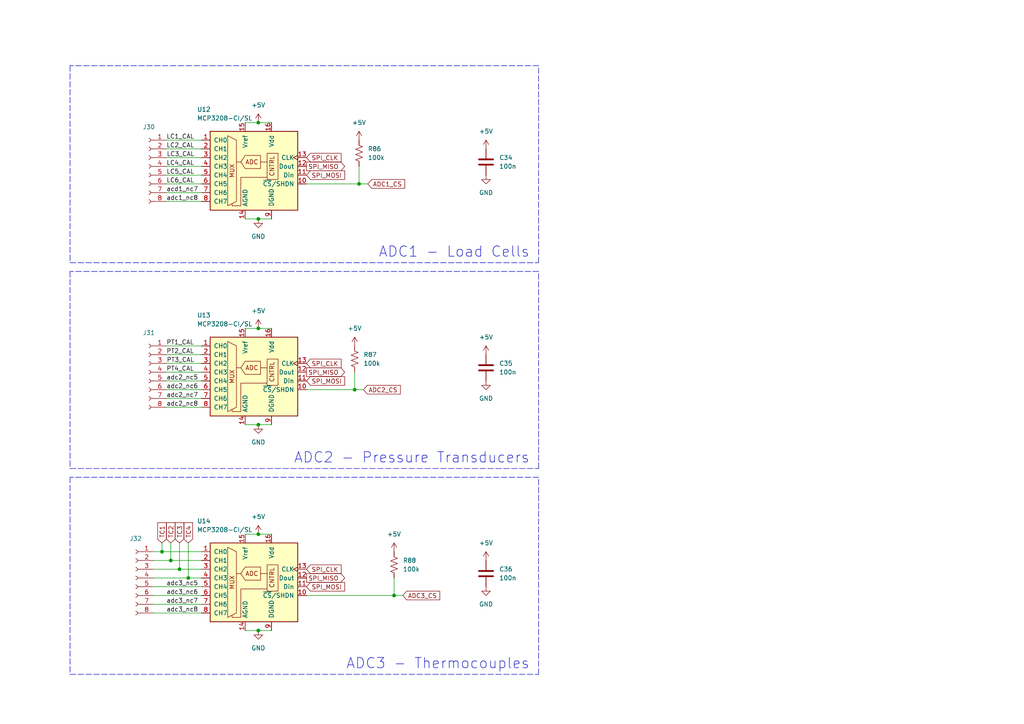
<source format=kicad_sch>
(kicad_sch (version 20211123) (generator eeschema)
  (paper "A4")
  (title_block (title "ADCs") (rev "1") (company "Rice Eclipse"))
  (lib_symbols
    (symbol "Analog_ADC:MCP3208" (pin_names (offset 1.016))
      (property "Reference" "U" (at -5.08 13.335 0))
      (property "Value" "MCP3208" (at -5.08 11.43 0))
      (symbol "MCP3208_0_0"
        (text "ADC" (at -0.635 1.27 0) (effects (font (size 1.27 1.27))))
        (text "CNTRL" (at 5.969 -2.921 900) (effects (font (size 1.27 1.27)) (justify left bottom)))
        (text "MUX" (at -6.35 -1.27 900) (effects (font (size 1.27 1.27))))
      )
      (symbol "MCP3208_0_1"
        (polyline (pts (xy -3.81 1.27) (xy -5.08 1.27)))
        (polyline (pts (xy 1.905 1.27) (xy 3.81 1.27)))
        (polyline (pts (xy -7.62 8.89) (xy -7.62 -11.43) (xy -5.08 -10.16) (xy -5.08 7.62) (xy -7.62 8.89)))
        (polyline (pts (xy 3.81 -3.175) (xy -3.81 -3.175) (xy -3.81 -11.43) (xy -6.35 -11.43) (xy -6.35 -10.795)))
        (polyline (pts (xy 1.905 3.175) (xy 1.905 -0.635) (xy -2.54 -0.635) (xy -3.81 1.27) (xy -2.54 3.175) (xy 1.905 3.175)))
        (rectangle (start 3.81 -3.81) (end 6.985 3.81))
        (rectangle (start 12.7 -12.7) (end -12.7 10.16) (stroke (width 0.254)) (fill (type background)))
      )
      (symbol "MCP3208_1_1"
        (pin input line (at -15.24 7.62 0) (length 2.54) (name "CH0") (number "1"))
        (pin input line (at 15.24 -5.08 180) (length 2.54) (name "~{CS}/SHDN") (number "10"))
        (pin input line (at 15.24 -2.54 180) (length 2.54) (name "Din") (number "11"))
        (pin output line (at 15.24 0 180) (length 2.54) (name "Dout") (number "12"))
        (pin input clock (at 15.24 2.54 180) (length 2.54) (name "CLK") (number "13"))
        (pin power_in line (at -2.54 -15.24 90) (length 2.54) (name "AGND") (number "14"))
        (pin power_in line (at -2.54 12.7 270) (length 2.54) (name "Vref") (number "15"))
        (pin power_in line (at 5.08 12.7 270) (length 2.54) (name "Vdd") (number "16"))
        (pin input line (at -15.24 5.08 0) (length 2.54) (name "CH1") (number "2"))
        (pin input line (at -15.24 2.54 0) (length 2.54) (name "CH2") (number "3"))
        (pin input line (at -15.24 0 0) (length 2.54) (name "CH3") (number "4"))
        (pin input line (at -15.24 -2.54 0) (length 2.54) (name "CH4") (number "5"))
        (pin input line (at -15.24 -5.08 0) (length 2.54) (name "CH5") (number "6"))
        (pin input line (at -15.24 -7.62 0) (length 2.54) (name "CH6") (number "7"))
        (pin input line (at -15.24 -10.16 0) (length 2.54) (name "CH7") (number "8"))
        (pin power_in line (at 5.08 -15.24 90) (length 2.54) (name "DGND") (number "9"))
      )
    )
    (symbol "Connector:Conn_01x08_Female" (pin_names (offset 1.016) hide)
      (property "Reference" "J" (at 0 10.16 0))
      (property "Value" "Conn_01x08_Female" (at 0 -12.7 0))
      (symbol "Conn_01x08_Female_1_1"
        (arc (start 0 -9.652) (mid -0.508 -10.16) (end 0 -10.668) (stroke (width 0.1524)))
        (arc (start 0 -7.112) (mid -0.508 -7.62) (end 0 -8.128) (stroke (width 0.1524)))
        (arc (start 0 -4.572) (mid -0.508 -5.08) (end 0 -5.588) (stroke (width 0.1524)))
        (arc (start 0 -2.032) (mid -0.508 -2.54) (end 0 -3.048) (stroke (width 0.1524)))
        (polyline (pts (xy -1.27 -10.16) (xy -0.508 -10.16)) (stroke (width 0.1524)))
        (polyline (pts (xy -1.27 -7.62) (xy -0.508 -7.62)) (stroke (width 0.1524)))
        (polyline (pts (xy -1.27 -5.08) (xy -0.508 -5.08)) (stroke (width 0.1524)))
        (polyline (pts (xy -1.27 -2.54) (xy -0.508 -2.54)) (stroke (width 0.1524)))
        (polyline (pts (xy -1.27 0) (xy -0.508 0)) (stroke (width 0.1524)))
        (polyline (pts (xy -1.27 2.54) (xy -0.508 2.54)) (stroke (width 0.1524)))
        (polyline (pts (xy -1.27 5.08) (xy -0.508 5.08)) (stroke (width 0.1524)))
        (polyline (pts (xy -1.27 7.62) (xy -0.508 7.62)) (stroke (width 0.1524)))
        (arc (start 0 0.508) (mid -0.508 0) (end 0 -0.508) (stroke (width 0.1524)))
        (arc (start 0 3.048) (mid -0.508 2.54) (end 0 2.032) (stroke (width 0.1524)))
        (arc (start 0 5.588) (mid -0.508 5.08) (end 0 4.572) (stroke (width 0.1524)))
        (arc (start 0 8.128) (mid -0.508 7.62) (end 0 7.112) (stroke (width 0.1524)))
        (pin passive line (at -5.08 7.62 0) (length 3.81) (name "Pin_1") (number "1"))
        (pin passive line (at -5.08 5.08 0) (length 3.81) (name "Pin_2") (number "2"))
        (pin passive line (at -5.08 2.54 0) (length 3.81) (name "Pin_3") (number "3"))
        (pin passive line (at -5.08 0 0) (length 3.81) (name "Pin_4") (number "4"))
        (pin passive line (at -5.08 -2.54 0) (length 3.81) (name "Pin_5") (number "5"))
        (pin passive line (at -5.08 -5.08 0) (length 3.81) (name "Pin_6") (number "6"))
        (pin passive line (at -5.08 -7.62 0) (length 3.81) (name "Pin_7") (number "7"))
        (pin passive line (at -5.08 -10.16 0) (length 3.81) (name "Pin_8") (number "8"))
      )
    )
    (symbol "Device:C" (pin_numbers hide) (pin_names (offset 0.254))
      (property "Reference" "C" (at 0.635 2.54 0))
      (property "Value" "C" (at 0.635 -2.54 0))
      (symbol "C_0_1"
        (polyline (pts (xy -2.032 -0.762) (xy 2.032 -0.762)) (stroke (width 0.508)))
        (polyline (pts (xy -2.032 0.762) (xy 2.032 0.762)) (stroke (width 0.508)))
      )
      (symbol "C_1_1"
        (pin passive line (at 0 3.81 270) (length 2.794) (name "~") (number "1"))
        (pin passive line (at 0 -3.81 90) (length 2.794) (name "~") (number "2"))
      )
    )
    (symbol "Device:R_US" (pin_numbers hide) (pin_names (offset 0))
      (property "Reference" "R" (at 2.54 0 90))
      (property "Value" "R_US" (at -2.54 0 90))
      (symbol "R_US_0_1"
        (polyline (pts (xy 0 -2.286) (xy 0 -2.54)))
        (polyline (pts (xy 0 2.286) (xy 0 2.54)))
        (polyline (pts (xy 0 -0.762) (xy 1.016 -1.143) (xy 0 -1.524) (xy -1.016 -1.905) (xy 0 -2.286)))
        (polyline (pts (xy 0 0.762) (xy 1.016 0.381) (xy 0 0) (xy -1.016 -0.381) (xy 0 -0.762)))
        (polyline (pts (xy 0 2.286) (xy 1.016 1.905) (xy 0 1.524) (xy -1.016 1.143) (xy 0 0.762)))
      )
      (symbol "R_US_1_1"
        (pin passive line (at 0 3.81 270) (length 1.27) (name "~") (number "1"))
        (pin passive line (at 0 -3.81 90) (length 1.27) (name "~") (number "2"))
      )
    )
    (symbol "power:+5V" (power) (pin_names (offset 0))
      (property "Value" "+5V" (at 0 3.556 0))
      (symbol "+5V_0_1"
        (polyline (pts (xy -0.762 1.27) (xy 0 2.54)))
        (polyline (pts (xy 0 0) (xy 0 2.54)))
        (polyline (pts (xy 0 2.54) (xy 0.762 1.27)))
      )
      (symbol "+5V_1_1"
        (pin power_in line (at 0 0 90) (length 0) hide (name "+5V") (number "1"))
      )
    )
    (symbol "power:GND" (power) (pin_names (offset 0))
      (property "Value" "GND" (at 0 -3.81 0))
      (symbol "GND_0_1"
        (polyline (pts (xy 0 0) (xy 0 -1.27) (xy 1.27 -1.27) (xy 0 -2.54) (xy -1.27 -1.27) (xy 0 -1.27)))
      )
      (symbol "GND_1_1"
        (pin power_in line (at 0 0 270) (length 0) hide (name "GND") (number "1"))
      )
    )
  )
  (junction (at 74.93 35.56))
  (junction (at 114.3 172.72))
  (junction (at 74.93 63.5))
  (junction (at 46.99 160.02))
  (junction (at 102.87 113.03))
  (junction (at 52.07 165.1))
  (junction (at 49.53 162.56))
  (junction (at 74.93 95.25))
  (junction (at 74.93 123.19))
  (junction (at 104.14 53.34))
  (junction (at 74.93 154.94))
  (junction (at 54.61 167.64))
  (junction (at 74.93 182.88))
  (wire (pts (xy 44.45 162.56) (xy 49.53 162.56)))
  (wire (pts (xy 71.12 123.19) (xy 74.93 123.19)))
  (wire (pts (xy 114.3 172.72) (xy 116.84 172.72)))
  (wire (pts (xy 48.26 118.11) (xy 58.42 118.11)))
  (polyline (pts (xy 20.32 78.74) (xy 20.32 135.89)))
  (polyline (pts (xy 20.32 138.43) (xy 20.32 195.58)))
  (wire (pts (xy 48.26 53.34) (xy 58.42 53.34)))
  (wire (pts (xy 48.26 107.95) (xy 58.42 107.95)))
  (wire (pts (xy 71.12 35.56) (xy 74.93 35.56)))
  (wire (pts (xy 44.45 160.02) (xy 46.99 160.02)))
  (polyline (pts (xy 156.21 19.05) (xy 20.32 19.05)))
  (polyline (pts (xy 156.21 135.89) (xy 156.21 78.74)))
  (wire (pts (xy 48.26 100.33) (xy 58.42 100.33)))
  (polyline (pts (xy 20.32 19.05) (xy 20.32 76.2)))
  (wire (pts (xy 48.26 40.64) (xy 58.42 40.64)))
  (polyline (pts (xy 156.21 76.2) (xy 156.21 19.05)))
  (wire (pts (xy 74.93 63.5) (xy 78.74 63.5)))
  (wire (pts (xy 71.12 182.88) (xy 74.93 182.88)))
  (wire (pts (xy 48.26 48.26) (xy 58.42 48.26)))
  (wire (pts (xy 46.99 160.02) (xy 58.42 160.02)))
  (wire (pts (xy 48.26 110.49) (xy 58.42 110.49)))
  (wire (pts (xy 44.45 167.64) (xy 54.61 167.64)))
  (wire (pts (xy 71.12 95.25) (xy 74.93 95.25)))
  (wire (pts (xy 74.93 182.88) (xy 78.74 182.88)))
  (polyline (pts (xy 20.32 195.58) (xy 156.21 195.58)))
  (wire (pts (xy 49.53 162.56) (xy 58.42 162.56)))
  (wire (pts (xy 48.26 113.03) (xy 58.42 113.03)))
  (wire (pts (xy 104.14 53.34) (xy 106.68 53.34)))
  (wire (pts (xy 48.26 102.87) (xy 58.42 102.87)))
  (wire (pts (xy 74.93 123.19) (xy 78.74 123.19)))
  (wire (pts (xy 74.93 154.94) (xy 78.74 154.94)))
  (wire (pts (xy 88.9 53.34) (xy 104.14 53.34)))
  (wire (pts (xy 104.14 48.26) (xy 104.14 53.34)))
  (wire (pts (xy 71.12 63.5) (xy 74.93 63.5)))
  (polyline (pts (xy 156.21 138.43) (xy 20.32 138.43)))
  (wire (pts (xy 74.93 35.56) (xy 78.74 35.56)))
  (wire (pts (xy 44.45 172.72) (xy 58.42 172.72)))
  (wire (pts (xy 48.26 55.88) (xy 58.42 55.88)))
  (wire (pts (xy 44.45 175.26) (xy 58.42 175.26)))
  (wire (pts (xy 54.61 157.48) (xy 54.61 167.64)))
  (wire (pts (xy 46.99 157.48) (xy 46.99 160.02)))
  (wire (pts (xy 52.07 157.48) (xy 52.07 165.1)))
  (polyline (pts (xy 20.32 135.89) (xy 156.21 135.89)))
  (wire (pts (xy 71.12 154.94) (xy 74.93 154.94)))
  (wire (pts (xy 74.93 95.25) (xy 78.74 95.25)))
  (wire (pts (xy 44.45 165.1) (xy 52.07 165.1)))
  (wire (pts (xy 52.07 165.1) (xy 58.42 165.1)))
  (wire (pts (xy 102.87 107.95) (xy 102.87 113.03)))
  (wire (pts (xy 49.53 157.48) (xy 49.53 162.56)))
  (polyline (pts (xy 156.21 78.74) (xy 20.32 78.74)))
  (polyline (pts (xy 20.32 76.2) (xy 156.21 76.2)))
  (wire (pts (xy 114.3 167.64) (xy 114.3 172.72)))
  (wire (pts (xy 48.26 105.41) (xy 58.42 105.41)))
  (wire (pts (xy 48.26 43.18) (xy 58.42 43.18)))
  (polyline (pts (xy 156.21 195.58) (xy 156.21 138.43)))
  (wire (pts (xy 102.87 113.03) (xy 105.41 113.03)))
  (wire (pts (xy 48.26 45.72) (xy 58.42 45.72)))
  (wire (pts (xy 88.9 113.03) (xy 102.87 113.03)))
  (wire (pts (xy 88.9 172.72) (xy 114.3 172.72)))
  (wire (pts (xy 44.45 177.8) (xy 58.42 177.8)))
  (wire (pts (xy 44.45 170.18) (xy 58.42 170.18)))
  (wire (pts (xy 48.26 115.57) (xy 58.42 115.57)))
  (wire (pts (xy 54.61 167.64) (xy 58.42 167.64)))
  (wire (pts (xy 48.26 58.42) (xy 58.42 58.42)))
  (wire (pts (xy 48.26 50.8) (xy 58.42 50.8)))
  (text "ADC2 - Pressure Transducers\n" (at 153.67 134.62 180) (effects (font (size 3 3)) (justify right bottom)))
  (text "ADC1 - Load Cells" (at 153.67 74.93 180) (effects (font (size 3 3)) (justify right bottom)))
  (text "ADC3 - Thermocouples" (at 100.33 194.31 0) (effects (font (size 3 3)) (justify left bottom)))
  (label "LC4_CAL" (at 48.26 48.26 0))
  (label "LC2_CAL" (at 48.26 43.18 0))
  (label "PT1_CAL" (at 48.26 100.33 0))
  (label "PT3_CAL" (at 48.3255 105.41 0))
  (label "adc2_nc8" (at 48.26 118.11 0))
  (label "adc3_nc5" (at 48.26 170.18 0))
  (label "adc2_nc5" (at 48.26 110.49 0))
  (label "adc3_nc6" (at 48.26 172.72 0))
  (label "LC1_CAL" (at 48.26 40.64 0))
  (label "LC3_CAL" (at 48.3255 45.72 0))
  (label "PT4_CAL" (at 48.26 107.95 0))
  (label "LC6_CAL" (at 48.26 53.34 0))
  (label "PT2_CAL" (at 48.26 102.87 0))
  (label "adc2_nc7" (at 48.26 115.57 0))
  (label "adc3_nc8" (at 48.26 177.8 0))
  (label "adc3_nc7" (at 48.26 175.26 0))
  (label "acd1_nc7" (at 48.26 55.88 0))
  (label "LC5_CAL" (at 48.26 50.8 0))
  (label "adc2_nc6" (at 48.26 113.03 0))
  (label "adc1_nc8" (at 48.26 58.42 0))
  (global_label "TC2" (shape input) (at 49.53 157.48 90) (property "Intersheet References" "${INTERSHEET_REFS}" (effects hide)))
  (global_label "SPI_MOSI" (shape input) (at 88.9 50.8 0) (property "Intersheet References" "${INTERSHEET_REFS}" (effects hide)))
  (global_label "TC4" (shape input) (at 54.61 157.48 90) (property "Intersheet References" "${INTERSHEET_REFS}" (effects hide)))
  (global_label "SPI_MISO" (shape output) (at 88.9 167.64 0) (property "Intersheet References" "${INTERSHEET_REFS}" (effects hide)))
  (global_label "SPI_CLK" (shape input) (at 88.9 165.1 0) (property "Intersheet References" "${INTERSHEET_REFS}" (effects hide)))
  (global_label "SPI_MISO" (shape output) (at 88.9 107.95 0) (property "Intersheet References" "${INTERSHEET_REFS}" (effects hide)))
  (global_label "ADC2_CS" (shape input) (at 105.41 113.03 0) (property "Intersheet References" "${INTERSHEET_REFS}" (effects hide)))
  (global_label "TC3" (shape input) (at 52.07 157.48 90) (property "Intersheet References" "${INTERSHEET_REFS}" (effects hide)))
  (global_label "SPI_MISO" (shape output) (at 88.9 48.26 0) (property "Intersheet References" "${INTERSHEET_REFS}" (effects hide)))
  (global_label "SPI_CLK" (shape input) (at 88.9 45.72 0) (property "Intersheet References" "${INTERSHEET_REFS}" (effects hide)))
  (global_label "ADC1_CS" (shape input) (at 106.68 53.34 0) (property "Intersheet References" "${INTERSHEET_REFS}" (effects hide)))
  (global_label "SPI_MOSI" (shape input) (at 88.9 110.49 0) (property "Intersheet References" "${INTERSHEET_REFS}" (effects hide)))
  (global_label "ADC3_CS" (shape input) (at 116.84 172.72 0) (property "Intersheet References" "${INTERSHEET_REFS}" (effects hide)))
  (global_label "TC1" (shape input) (at 46.99 157.48 90) (property "Intersheet References" "${INTERSHEET_REFS}" (effects hide)))
  (global_label "SPI_CLK" (shape input) (at 88.9 105.41 0) (property "Intersheet References" "${INTERSHEET_REFS}" (effects hide)))
  (global_label "SPI_MOSI" (shape input) (at 88.9 170.18 0) (property "Intersheet References" "${INTERSHEET_REFS}" (effects hide)))
  (symbol (lib_id "power:GND") (at 140.97 50.8 0) (unit 1)
    (property "Reference" "#PWR0140" (effects hide))
    (property "Value" "GND" (at 140.97 55.88 0))
  )
  (symbol (lib_id "Connector:Conn_01x08_Female") (at 43.18 107.95 0) (mirror y) (unit 1)
    (property "Reference" "J31" (at 43.18 96.52 0))
    (property "Value" "Conn_01x08_Female" (effects hide))
    (property "Footprint" "Connector_PinSocket_2.54mm:PinSocket_1x08_P2.54mm_Vertical" (effects hide))
  )
  (symbol (lib_id "Device:C") (at 140.97 46.99 180) (unit 1)
    (property "Reference" "C34" (at 144.78 45.7199 0) (effects (justify right)))
    (property "Value" "100n" (at 144.78 48.2599 0) (effects (justify right)))
    (property "Footprint" "Capacitor_SMD:C_1206_3216Metric" (effects hide))
  )
  (symbol (lib_id "power:GND") (at 140.97 110.49 0) (unit 1)
    (property "Reference" "#PWR0145" (effects hide))
    (property "Value" "GND" (at 140.97 115.57 0))
  )
  (symbol (lib_id "Analog_ADC:MCP3208") (at 73.66 107.95 0) (unit 1)
    (property "Reference" "U13" (at 57.15 91.44 0) (effects (justify left)))
    (property "Value" "MCP3208-CI/SL" (at 57.15 93.98 0) (effects (justify left)))
    (property "Footprint" "Package_SO:SOIC-16_3.9x9.9mm_P1.27mm" (effects hide))
    (property "Datasheet" "http://ww1.microchip.com/downloads/en/DeviceDoc/21298c.pdf" (effects hide))
  )
  (symbol (lib_id "power:+5V") (at 74.93 95.25 0) (unit 1)
    (property "Reference" "#PWR0142" (effects hide))
    (property "Value" "+5V" (at 74.93 90.17 0))
  )
  (symbol (lib_id "power:+5V") (at 102.87 100.33 0) (unit 1)
    (property "Reference" "#PWR0143" (effects hide))
    (property "Value" "+5V" (at 102.87 95.25 0))
  )
  (symbol (lib_id "Connector:Conn_01x08_Female") (at 43.18 48.26 0) (mirror y) (unit 1)
    (property "Reference" "J30" (at 43.18 36.83 0))
    (property "Value" "Conn_01x08_Female" (effects hide))
    (property "Footprint" "Connector_PinSocket_2.54mm:PinSocket_1x08_P2.54mm_Vertical" (effects hide))
  )
  (symbol (lib_id "power:GND") (at 74.93 63.5 0) (unit 1)
    (property "Reference" "#PWR0141" (effects hide))
    (property "Value" "GND" (at 74.93 68.58 0))
  )
  (symbol (lib_id "Device:C") (at 140.97 106.68 180) (unit 1)
    (property "Reference" "C35" (at 144.78 105.4099 0) (effects (justify right)))
    (property "Value" "100n" (at 144.78 107.9499 0) (effects (justify right)))
    (property "Footprint" "Capacitor_SMD:C_1206_3216Metric" (effects hide))
  )
  (symbol (lib_id "power:+5V") (at 74.93 154.94 0) (unit 1)
    (property "Reference" "#PWR0147" (effects hide))
    (property "Value" "+5V" (at 74.93 149.86 0))
  )
  (symbol (lib_id "power:GND") (at 74.93 123.19 0) (unit 1)
    (property "Reference" "#PWR0146" (effects hide))
    (property "Value" "GND" (at 74.93 128.27 0))
  )
  (symbol (lib_id "Device:R_US") (at 104.14 44.45 180) (unit 1)
    (property "Reference" "R86" (at 106.68 43.1799 0) (effects (justify right)))
    (property "Value" "100k" (at 106.68 45.7199 0) (effects (justify right)))
    (property "Footprint" "Resistor_SMD:R_1206_3216Metric" (effects hide))
  )
  (symbol (lib_id "power:+5V") (at 114.3 160.02 0) (unit 1)
    (property "Reference" "#PWR0148" (effects hide))
    (property "Value" "+5V" (at 114.3 154.94 0))
  )
  (symbol (lib_id "Device:C") (at 140.97 166.37 180) (unit 1)
    (property "Reference" "C36" (at 144.78 165.0999 0) (effects (justify right)))
    (property "Value" "100n" (at 144.78 167.6399 0) (effects (justify right)))
    (property "Footprint" "Capacitor_SMD:C_1206_3216Metric" (effects hide))
  )
  (symbol (lib_id "power:+5V") (at 140.97 43.18 0) (unit 1)
    (property "Reference" "#PWR0139" (effects hide))
    (property "Value" "+5V" (at 140.97 38.1 0))
  )
  (symbol (lib_id "Device:R_US") (at 102.87 104.14 180) (unit 1)
    (property "Reference" "R87" (at 105.41 102.8699 0) (effects (justify right)))
    (property "Value" "100k" (at 105.41 105.4099 0) (effects (justify right)))
    (property "Footprint" "Resistor_SMD:R_1206_3216Metric" (effects hide))
  )
  (symbol (lib_id "Analog_ADC:MCP3208") (at 73.66 48.26 0) (unit 1)
    (property "Reference" "U12" (at 57.15 31.75 0) (effects (justify left)))
    (property "Value" "MCP3208-CI/SL" (at 57.15 34.29 0) (effects (justify left)))
    (property "Footprint" "Package_SO:SOIC-16_3.9x9.9mm_P1.27mm" (effects hide))
    (property "Datasheet" "http://ww1.microchip.com/downloads/en/DeviceDoc/21298c.pdf" (effects hide))
  )
  (symbol (lib_id "power:GND") (at 74.93 182.88 0) (unit 1)
    (property "Reference" "#PWR0151" (effects hide))
    (property "Value" "GND" (at 74.93 187.96 0))
  )
  (symbol (lib_id "power:+5V") (at 104.14 40.64 0) (unit 1)
    (property "Reference" "#PWR0138" (effects hide))
    (property "Value" "+5V" (at 104.14 35.56 0))
  )
  (symbol (lib_id "power:+5V") (at 140.97 162.56 0) (unit 1)
    (property "Reference" "#PWR0149" (effects hide))
    (property "Value" "+5V" (at 140.97 157.48 0))
  )
  (symbol (lib_id "power:+5V") (at 74.93 35.56 0) (unit 1)
    (property "Reference" "#PWR0137" (effects hide))
    (property "Value" "+5V" (at 74.93 30.48 0))
  )
  (symbol (lib_id "Analog_ADC:MCP3208") (at 73.66 167.64 0) (unit 1)
    (property "Reference" "U14" (at 57.15 151.13 0) (effects (justify left)))
    (property "Value" "MCP3208-CI/SL" (at 57.15 153.67 0) (effects (justify left)))
    (property "Footprint" "Package_SO:SOIC-16_3.9x9.9mm_P1.27mm" (effects hide))
    (property "Datasheet" "http://ww1.microchip.com/downloads/en/DeviceDoc/21298c.pdf" (effects hide))
  )
  (symbol (lib_id "power:+5V") (at 140.97 102.87 0) (unit 1)
    (property "Reference" "#PWR0144" (effects hide))
    (property "Value" "+5V" (at 140.97 97.79 0))
  )
  (symbol (lib_id "Device:R_US") (at 114.3 163.83 180) (unit 1)
    (property "Reference" "R88" (at 116.84 162.5599 0) (effects (justify right)))
    (property "Value" "100k" (at 116.84 165.0999 0) (effects (justify right)))
    (property "Footprint" "Resistor_SMD:R_1206_3216Metric" (effects hide))
  )
  (symbol (lib_id "power:GND") (at 140.97 170.18 0) (unit 1)
    (property "Reference" "#PWR0150" (effects hide))
    (property "Value" "GND" (at 140.97 175.26 0))
  )
  (symbol (lib_id "Connector:Conn_01x08_Female") (at 39.37 167.64 0) (mirror y) (unit 1)
    (property "Reference" "J32" (at 39.37 156.21 0))
    (property "Value" "Conn_01x08_Female" (effects hide))
    (property "Footprint" "Connector_PinSocket_2.54mm:PinSocket_1x08_P2.54mm_Vertical" (effects hide))
  )
)
</source>
